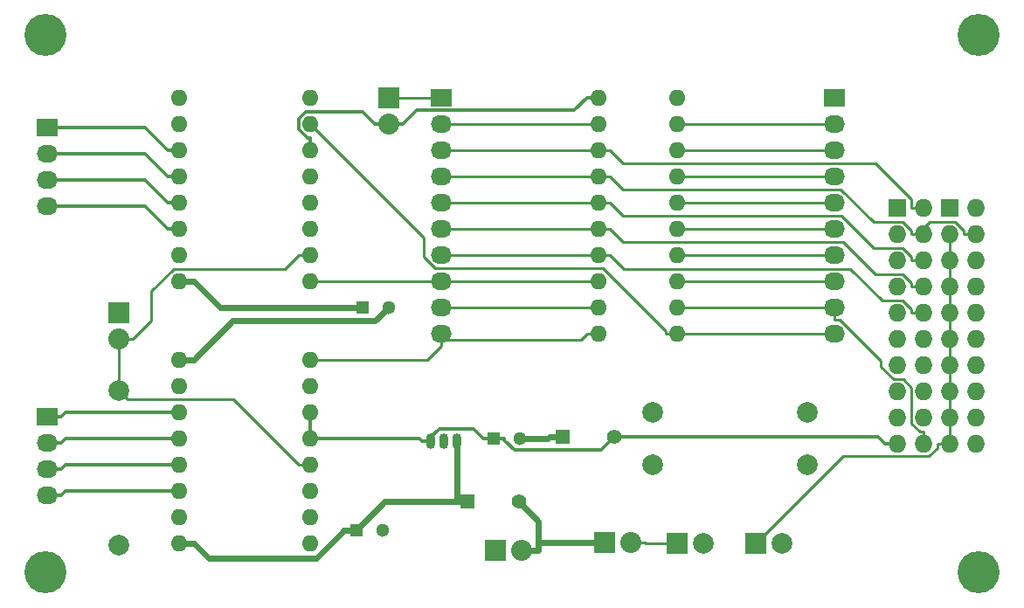
<source format=gbr>
G04 #@! TF.FileFunction,Copper,L1,Top,Signal*
%FSLAX46Y46*%
G04 Gerber Fmt 4.6, Leading zero omitted, Abs format (unit mm)*
G04 Created by KiCad (PCBNEW (2015-08-25 BZR 6127, Git a813deb)-product) date 9/4/2015 10:59:33 PM*
%MOMM*%
G01*
G04 APERTURE LIST*
%ADD10C,0.100000*%
%ADD11R,2.032000X2.032000*%
%ADD12O,2.032000X2.032000*%
%ADD13R,1.400000X1.400000*%
%ADD14C,1.400000*%
%ADD15R,1.300000X1.300000*%
%ADD16C,1.300000*%
%ADD17R,2.000000X2.000000*%
%ADD18C,2.000000*%
%ADD19R,2.032000X1.727200*%
%ADD20O,2.032000X1.727200*%
%ADD21R,1.727200X1.727200*%
%ADD22O,1.727200X1.727200*%
%ADD23C,1.998980*%
%ADD24O,1.600000X1.600000*%
%ADD25O,0.899160X1.501140*%
%ADD26C,4.064000*%
%ADD27C,0.600000*%
%ADD28C,0.300000*%
%ADD29C,0.250000*%
G04 APERTURE END LIST*
D10*
D11*
X113460000Y-117000000D03*
D12*
X116000000Y-117000000D03*
D13*
X110744000Y-112268000D03*
D14*
X115744000Y-112268000D03*
D13*
X120000000Y-106000000D03*
D14*
X125000000Y-106000000D03*
D15*
X113300000Y-106140000D03*
D16*
X115800000Y-106140000D03*
D15*
X100000000Y-115000000D03*
D16*
X102500000Y-115000000D03*
D15*
X100600000Y-93440000D03*
D16*
X103100000Y-93440000D03*
D17*
X138700000Y-116300000D03*
D18*
X141240000Y-116300000D03*
D17*
X131080000Y-116300000D03*
D18*
X133620000Y-116300000D03*
D11*
X103140000Y-73120000D03*
D12*
X103140000Y-75660000D03*
D11*
X76962000Y-93980000D03*
D12*
X76962000Y-96520000D03*
D19*
X108220000Y-73120000D03*
D20*
X108220000Y-75660000D03*
X108220000Y-78200000D03*
X108220000Y-80740000D03*
X108220000Y-83280000D03*
X108220000Y-85820000D03*
X108220000Y-88360000D03*
X108220000Y-90900000D03*
X108220000Y-93440000D03*
X108220000Y-95980000D03*
D19*
X146320000Y-73120000D03*
D20*
X146320000Y-75660000D03*
X146320000Y-78200000D03*
X146320000Y-80740000D03*
X146320000Y-83280000D03*
X146320000Y-85820000D03*
X146320000Y-88360000D03*
X146320000Y-90900000D03*
X146320000Y-93440000D03*
X146320000Y-95980000D03*
D21*
X157480000Y-83820000D03*
D22*
X160020000Y-83820000D03*
X157480000Y-86360000D03*
X160020000Y-86360000D03*
X157480000Y-88900000D03*
X160020000Y-88900000D03*
X157480000Y-91440000D03*
X160020000Y-91440000D03*
X157480000Y-93980000D03*
X160020000Y-93980000D03*
X157480000Y-96520000D03*
X160020000Y-96520000D03*
X157480000Y-99060000D03*
X160020000Y-99060000D03*
X157480000Y-101600000D03*
X160020000Y-101600000D03*
X157480000Y-104140000D03*
X160020000Y-104140000D03*
X157480000Y-106680000D03*
X160020000Y-106680000D03*
D21*
X152400000Y-83820000D03*
D22*
X154940000Y-83820000D03*
X152400000Y-86360000D03*
X154940000Y-86360000D03*
X152400000Y-88900000D03*
X154940000Y-88900000D03*
X152400000Y-91440000D03*
X154940000Y-91440000D03*
X152400000Y-93980000D03*
X154940000Y-93980000D03*
X152400000Y-96520000D03*
X154940000Y-96520000D03*
X152400000Y-99060000D03*
X154940000Y-99060000D03*
X152400000Y-101600000D03*
X154940000Y-101600000D03*
X152400000Y-104140000D03*
X154940000Y-104140000D03*
X152400000Y-106680000D03*
X154940000Y-106680000D03*
D19*
X70000000Y-76000000D03*
D20*
X70000000Y-78540000D03*
X70000000Y-81080000D03*
X70000000Y-83620000D03*
D19*
X70000000Y-104000000D03*
D20*
X70000000Y-106540000D03*
X70000000Y-109080000D03*
X70000000Y-111620000D03*
D23*
X128660000Y-108680000D03*
X143660000Y-108680000D03*
X128660000Y-103600000D03*
X143660000Y-103600000D03*
X77000000Y-116500000D03*
X77000000Y-101500000D03*
D24*
X123460000Y-73120000D03*
X123460000Y-75660000D03*
X123460000Y-78200000D03*
X123460000Y-80740000D03*
X123460000Y-83280000D03*
X123460000Y-85820000D03*
X123460000Y-88360000D03*
X123460000Y-90900000D03*
X123460000Y-93440000D03*
X123460000Y-95980000D03*
X131080000Y-95980000D03*
X131080000Y-93440000D03*
X131080000Y-90900000D03*
X131080000Y-88360000D03*
X131080000Y-85820000D03*
X131080000Y-83280000D03*
X131080000Y-80740000D03*
X131080000Y-78200000D03*
X131080000Y-75660000D03*
X131080000Y-73120000D03*
D25*
X108458000Y-106426000D03*
X109728000Y-106426000D03*
X107188000Y-106426000D03*
D24*
X82820000Y-73120000D03*
X82820000Y-75660000D03*
X82820000Y-78200000D03*
X82820000Y-80740000D03*
X82820000Y-83280000D03*
X82820000Y-85820000D03*
X82820000Y-88360000D03*
X82820000Y-90900000D03*
X95520000Y-90900000D03*
X95520000Y-88360000D03*
X95520000Y-85820000D03*
X95520000Y-83280000D03*
X95520000Y-80740000D03*
X95520000Y-78200000D03*
X95520000Y-75660000D03*
X95520000Y-73120000D03*
X82820000Y-98520000D03*
X82820000Y-101060000D03*
X82820000Y-103600000D03*
X82820000Y-106140000D03*
X82820000Y-108680000D03*
X82820000Y-111220000D03*
X82820000Y-113760000D03*
X82820000Y-116300000D03*
X95520000Y-116300000D03*
X95520000Y-113760000D03*
X95520000Y-111220000D03*
X95520000Y-108680000D03*
X95520000Y-106140000D03*
X95520000Y-103600000D03*
X95520000Y-101060000D03*
X95520000Y-98520000D03*
D11*
X124079000Y-116205000D03*
D12*
X126619000Y-116205000D03*
D26*
X69850000Y-67056000D03*
X160274000Y-67056000D03*
X69850000Y-119126000D03*
X160274000Y-119126000D03*
D27*
X86760300Y-93440000D02*
X100600000Y-93440000D01*
X84220300Y-90900000D02*
X86760300Y-93440000D01*
X82820000Y-90900000D02*
X84220300Y-90900000D01*
X98749700Y-115078100D02*
X98749700Y-115000000D01*
X96082000Y-117745800D02*
X98749700Y-115078100D01*
X85666100Y-117745800D02*
X96082000Y-117745800D01*
X84220300Y-116300000D02*
X85666100Y-117745800D01*
X82820000Y-116300000D02*
X84220300Y-116300000D01*
X100000000Y-115000000D02*
X98749700Y-115000000D01*
X109728000Y-112268000D02*
X109728000Y-106426000D01*
X110744000Y-112268000D02*
X109728000Y-112268000D01*
X102732000Y-112268000D02*
X100000000Y-115000000D01*
X109728000Y-112268000D02*
X102732000Y-112268000D01*
X88009900Y-94730400D02*
X84220300Y-98520000D01*
X101809600Y-94730400D02*
X88009900Y-94730400D01*
X103100000Y-93440000D02*
X101809600Y-94730400D01*
X82820000Y-98520000D02*
X84220300Y-98520000D01*
X118559700Y-106140000D02*
X118699700Y-106000000D01*
X115800000Y-106140000D02*
X118559700Y-106140000D01*
X120000000Y-106000000D02*
X118699700Y-106000000D01*
X124079000Y-116205000D02*
X122462700Y-116205000D01*
X122462700Y-116205000D02*
X117640700Y-116205000D01*
X117616300Y-116229400D02*
X117640700Y-116205000D01*
X117616300Y-117000000D02*
X117616300Y-116229400D01*
X117640700Y-114164700D02*
X115744000Y-112268000D01*
X117640700Y-116205000D02*
X117640700Y-114164700D01*
X116000000Y-117000000D02*
X117616300Y-117000000D01*
D28*
X106102100Y-106140000D02*
X106388100Y-106426000D01*
X95520000Y-106140000D02*
X106102100Y-106140000D01*
X100600200Y-74486500D02*
X101773700Y-75660000D01*
X95048800Y-74486500D02*
X100600200Y-74486500D01*
X94369400Y-75165900D02*
X95048800Y-74486500D01*
X94369400Y-76186700D02*
X94369400Y-75165900D01*
X95232400Y-77049700D02*
X94369400Y-76186700D01*
X95520000Y-77049700D02*
X95232400Y-77049700D01*
X95520000Y-78200000D02*
X95520000Y-77049700D01*
X103140000Y-75660000D02*
X101773700Y-75660000D01*
X105832300Y-74334000D02*
X104506300Y-75660000D01*
X121095700Y-74334000D02*
X105832300Y-74334000D01*
X122309700Y-73120000D02*
X121095700Y-74334000D01*
X123460000Y-73120000D02*
X122309700Y-73120000D01*
X103140000Y-75660000D02*
X104506300Y-75660000D01*
X150506100Y-106000000D02*
X125000000Y-106000000D01*
X151186100Y-106680000D02*
X150506100Y-106000000D01*
X152400000Y-106680000D02*
X151186100Y-106680000D01*
X123744300Y-107255700D02*
X125000000Y-106000000D01*
X115291000Y-107255700D02*
X123744300Y-107255700D01*
X114300300Y-106265000D02*
X115291000Y-107255700D01*
X114300300Y-106140000D02*
X114300300Y-106265000D01*
X113300000Y-106140000D02*
X114300300Y-106140000D01*
X95520000Y-103600000D02*
X95520000Y-106140000D01*
X107188000Y-106426000D02*
X106788100Y-106426000D01*
X106788100Y-106426000D02*
X106388100Y-106426000D01*
X111335400Y-105175700D02*
X112299700Y-106140000D01*
X108038400Y-105175700D02*
X111335400Y-105175700D01*
X106788100Y-106426000D02*
X108038400Y-105175700D01*
X113300000Y-106140000D02*
X112299700Y-106140000D01*
D29*
X108220000Y-73120000D02*
X103140000Y-73120000D01*
X95520000Y-108680000D02*
X94394700Y-108680000D01*
X93080100Y-89674600D02*
X94394700Y-88360000D01*
X82297300Y-89674600D02*
X93080100Y-89674600D01*
X80119400Y-91852500D02*
X82297300Y-89674600D01*
X80119400Y-94703900D02*
X80119400Y-91852500D01*
X78303300Y-96520000D02*
X80119400Y-94703900D01*
X76962000Y-96520000D02*
X78303300Y-96520000D01*
X95520000Y-88360000D02*
X94394700Y-88360000D01*
X77830000Y-102330000D02*
X77000000Y-101500000D01*
X88044700Y-102330000D02*
X77830000Y-102330000D01*
X94394700Y-108680000D02*
X88044700Y-102330000D01*
X76962000Y-101462000D02*
X76962000Y-96520000D01*
X77000000Y-101500000D02*
X76962000Y-101462000D01*
X123460000Y-75660000D02*
X108220000Y-75660000D01*
X108220000Y-78200000D02*
X123460000Y-78200000D01*
X153751100Y-82928300D02*
X153751100Y-83820000D01*
X150292800Y-79470000D02*
X153751100Y-82928300D01*
X125855300Y-79470000D02*
X150292800Y-79470000D01*
X124585300Y-78200000D02*
X125855300Y-79470000D01*
X123460000Y-78200000D02*
X124585300Y-78200000D01*
X154940000Y-83820000D02*
X153751100Y-83820000D01*
X108220000Y-80740000D02*
X123460000Y-80740000D01*
X153751100Y-85988400D02*
X153751100Y-86360000D01*
X152933800Y-85171100D02*
X153751100Y-85988400D01*
X150106600Y-85171100D02*
X152933800Y-85171100D01*
X146945500Y-82010000D02*
X150106600Y-85171100D01*
X125855300Y-82010000D02*
X146945500Y-82010000D01*
X124585300Y-80740000D02*
X125855300Y-82010000D01*
X123460000Y-80740000D02*
X124585300Y-80740000D01*
X154940000Y-86360000D02*
X154351500Y-86360000D01*
X154351500Y-86360000D02*
X153751100Y-86360000D01*
X158831100Y-85990500D02*
X158831100Y-86360000D01*
X157987200Y-85146600D02*
X158831100Y-85990500D01*
X155564900Y-85146600D02*
X157987200Y-85146600D01*
X154351500Y-86360000D02*
X155564900Y-85146600D01*
X160020000Y-86360000D02*
X158831100Y-86360000D01*
X108220000Y-83280000D02*
X123460000Y-83280000D01*
X153751100Y-88528400D02*
X153751100Y-88900000D01*
X152933800Y-87711100D02*
X153751100Y-88528400D01*
X150134200Y-87711100D02*
X152933800Y-87711100D01*
X146973100Y-84550000D02*
X150134200Y-87711100D01*
X125855300Y-84550000D02*
X146973100Y-84550000D01*
X124585300Y-83280000D02*
X125855300Y-84550000D01*
X123460000Y-83280000D02*
X124585300Y-83280000D01*
X154940000Y-88900000D02*
X153751100Y-88900000D01*
X108220000Y-85820000D02*
X123460000Y-85820000D01*
X153751100Y-91068400D02*
X153751100Y-91440000D01*
X152933800Y-90251100D02*
X153751100Y-91068400D01*
X150327500Y-90251100D02*
X152933800Y-90251100D01*
X147166400Y-87090000D02*
X150327500Y-90251100D01*
X125855300Y-87090000D02*
X147166400Y-87090000D01*
X124585300Y-85820000D02*
X125855300Y-87090000D01*
X123460000Y-85820000D02*
X124585300Y-85820000D01*
X154940000Y-91440000D02*
X153751100Y-91440000D01*
X123460000Y-88360000D02*
X108220000Y-88360000D01*
X125936300Y-89711000D02*
X124585300Y-88360000D01*
X147859000Y-89711000D02*
X125936300Y-89711000D01*
X150939100Y-92791100D02*
X147859000Y-89711000D01*
X152933800Y-92791100D02*
X150939100Y-92791100D01*
X153751100Y-93608400D02*
X152933800Y-92791100D01*
X153751100Y-93980000D02*
X153751100Y-93608400D01*
X154940000Y-93980000D02*
X153751100Y-93980000D01*
X123460000Y-88360000D02*
X124585300Y-88360000D01*
X95520000Y-90900000D02*
X108220000Y-90900000D01*
X108220000Y-90900000D02*
X123460000Y-90900000D01*
X123460000Y-93440000D02*
X108220000Y-93440000D01*
X106868900Y-98520000D02*
X108220000Y-97168900D01*
X95520000Y-98520000D02*
X106868900Y-98520000D01*
X108220000Y-95980000D02*
X108220000Y-96574400D01*
X108220000Y-96574400D02*
X108220000Y-97168900D01*
X121740300Y-96574400D02*
X122334700Y-95980000D01*
X108220000Y-96574400D02*
X121740300Y-96574400D01*
X123460000Y-95980000D02*
X122334700Y-95980000D01*
X131080000Y-75660000D02*
X146320000Y-75660000D01*
X131080000Y-78200000D02*
X146320000Y-78200000D01*
X131080000Y-80740000D02*
X146320000Y-80740000D01*
X131080000Y-83280000D02*
X146320000Y-83280000D01*
X131080000Y-85820000D02*
X146320000Y-85820000D01*
X131080000Y-88360000D02*
X146320000Y-88360000D01*
X131080000Y-90900000D02*
X146320000Y-90900000D01*
X131080000Y-93440000D02*
X146320000Y-93440000D01*
X154568400Y-105491100D02*
X154940000Y-105491100D01*
X153751100Y-104673800D02*
X154568400Y-105491100D01*
X153751100Y-101200700D02*
X153751100Y-104673800D01*
X152961400Y-100411000D02*
X153751100Y-101200700D01*
X152050200Y-100411000D02*
X152961400Y-100411000D01*
X150811800Y-99172600D02*
X152050200Y-100411000D01*
X150811800Y-98600600D02*
X150811800Y-99172600D01*
X146840100Y-94628900D02*
X150811800Y-98600600D01*
X146320000Y-94628900D02*
X146840100Y-94628900D01*
X146320000Y-93440000D02*
X146320000Y-94628900D01*
X154940000Y-106680000D02*
X154940000Y-105491100D01*
X131080000Y-95980000D02*
X146320000Y-95980000D01*
X129954700Y-95698700D02*
X129954700Y-95980000D01*
X123886000Y-89630000D02*
X129954700Y-95698700D01*
X107608500Y-89630000D02*
X123886000Y-89630000D01*
X106522100Y-88543600D02*
X107608500Y-89630000D01*
X106522100Y-86662100D02*
X106522100Y-88543600D01*
X95520000Y-75660000D02*
X106522100Y-86662100D01*
X131080000Y-95980000D02*
X129954700Y-95980000D01*
D28*
X79469700Y-76000000D02*
X70000000Y-76000000D01*
X81669700Y-78200000D02*
X79469700Y-76000000D01*
X82820000Y-78200000D02*
X81669700Y-78200000D01*
X79469700Y-78540000D02*
X70000000Y-78540000D01*
X81669700Y-80740000D02*
X79469700Y-78540000D01*
X82820000Y-80740000D02*
X81669700Y-80740000D01*
X79469700Y-81080000D02*
X70000000Y-81080000D01*
X81669700Y-83280000D02*
X79469700Y-81080000D01*
X82820000Y-83280000D02*
X81669700Y-83280000D01*
X79469700Y-83620000D02*
X70000000Y-83620000D01*
X81669700Y-85820000D02*
X79469700Y-83620000D01*
X82820000Y-85820000D02*
X81669700Y-85820000D01*
X71766300Y-103600000D02*
X71366300Y-104000000D01*
X82820000Y-103600000D02*
X71766300Y-103600000D01*
X70000000Y-104000000D02*
X71366300Y-104000000D01*
X71766300Y-106140000D02*
X71366300Y-106540000D01*
X82820000Y-106140000D02*
X71766300Y-106140000D01*
X70000000Y-106540000D02*
X71366300Y-106540000D01*
X71766300Y-108680000D02*
X71366300Y-109080000D01*
X82820000Y-108680000D02*
X71766300Y-108680000D01*
X70000000Y-109080000D02*
X71366300Y-109080000D01*
X71766300Y-111220000D02*
X71366300Y-111620000D01*
X82820000Y-111220000D02*
X71766300Y-111220000D01*
X70000000Y-111620000D02*
X71366300Y-111620000D01*
D29*
X157480000Y-104140000D02*
X157480000Y-101600000D01*
X157480000Y-101600000D02*
X157480000Y-99060000D01*
X157480000Y-99060000D02*
X157480000Y-96520000D01*
X157480000Y-96520000D02*
X157480000Y-93980000D01*
X157480000Y-93980000D02*
X157480000Y-91440000D01*
X157480000Y-91440000D02*
X157480000Y-88900000D01*
X157480000Y-88900000D02*
X157480000Y-86360000D01*
X157480000Y-104140000D02*
X157480000Y-106680000D01*
X147131100Y-107868900D02*
X138700000Y-116300000D01*
X155473800Y-107868900D02*
X147131100Y-107868900D01*
X156291100Y-107051600D02*
X155473800Y-107868900D01*
X156291100Y-106680000D02*
X156291100Y-107051600D01*
X157480000Y-106680000D02*
X156291100Y-106680000D01*
X128055300Y-116300000D02*
X127960300Y-116205000D01*
X131080000Y-116300000D02*
X128055300Y-116300000D01*
X126619000Y-116205000D02*
X127960300Y-116205000D01*
M02*

</source>
